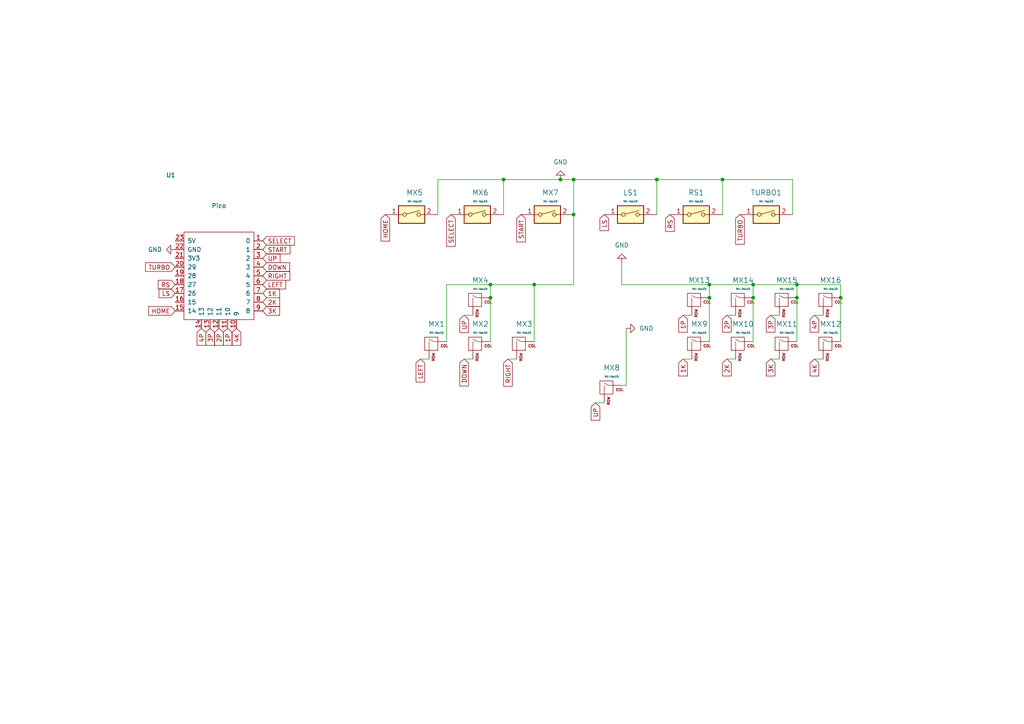
<source format=kicad_sch>
(kicad_sch (version 20230121) (generator eeschema)
  (paper "A4")
  (lib_symbols
    (symbol "MX_Alps_Hybrid:MX-NoLED" (pin_names (offset 1.016))
      (property "Reference" "MX" (at -0.635 3.81 0))
      (property "Value" "MX-NoLED" (at -0.635 1.27 0))
      (symbol "MX-NoLED_0_0"
        (rectangle (start -2.54 2.54) (end 1.27 -1.27))
        (polyline (pts (xy -1.27 -1.27) (xy -1.27 1.27)) (stroke (width 0.127)))
        (polyline (pts (xy 1.27 1.27) (xy 0 1.27) (xy -1.27 1.905)) (stroke (width 0.127)))
        (text "COL" (at 3.175 0 0) (effects (font (size 0.762 0.762))))
        (text "ROW" (at 0 -1.905 900) (effects (font (size 0.762 0.762)) (justify right)))
      )
      (symbol "MX-NoLED_1_1"
        (pin passive line (at 3.81 1.27 180) (length 2.54) (name "COL") (number "1"))
        (pin passive line (at -1.27 -3.81 90) (length 2.54) (name "ROW") (number "2"))
      )
    )
    (symbol "Switch:SW_DIP_x01" (pin_names (offset 0) hide)
      (property "Reference" "SW" (at 0 3.81 0))
      (property "Value" "SW_DIP_x01" (at 0 -3.81 0))
      (symbol "SW_DIP_x01_0_0"
        (circle (center -2.032 0) (radius 0.508))
        (polyline (pts (xy -1.524 0.127) (xy 2.3622 1.1684)))
        (circle (center 2.032 0) (radius 0.508))
      )
      (symbol "SW_DIP_x01_0_1"
        (rectangle (start -3.81 2.54) (end 3.81 -2.54) (stroke (width 0.254)) (fill (type background)))
      )
      (symbol "SW_DIP_x01_1_1"
        (pin passive line (at -7.62 0 0) (length 5.08) (name "~") (number "1"))
        (pin passive line (at 7.62 0 180) (length 5.08) (name "~") (number "2"))
      )
    )
    (symbol "mcu:rp2040-zero" (pin_names (offset 1.016))
      (property "Reference" "U" (at 0 15.24 0))
      (property "Value" "rp2040-zero" (at 0 12.7 0))
      (symbol "rp2040-zero_0_1"
        (rectangle (start -10.16 11.43) (end 10.16 -13.97))
      )
      (symbol "rp2040-zero_1_1"
        (pin bidirectional line (at 12.7 8.89 180) (length 2.54) (name "0") (number "1"))
        (pin bidirectional line (at 5.08 -16.51 90) (length 2.54) (name "9") (number "10"))
        (pin bidirectional line (at 2.54 -16.51 90) (length 2.54) (name "10") (number "11"))
        (pin bidirectional line (at 0 -16.51 90) (length 2.54) (name "11") (number "12"))
        (pin bidirectional line (at -2.54 -16.51 90) (length 2.54) (name "12") (number "13"))
        (pin bidirectional line (at -5.08 -16.51 90) (length 2.54) (name "13") (number "14"))
        (pin bidirectional line (at -12.7 -11.43 0) (length 2.54) (name "14") (number "15"))
        (pin bidirectional line (at -12.7 -8.89 0) (length 2.54) (name "15") (number "16"))
        (pin bidirectional line (at -12.7 -6.35 0) (length 2.54) (name "26") (number "17"))
        (pin bidirectional line (at -12.7 -3.81 0) (length 2.54) (name "27") (number "18"))
        (pin bidirectional line (at -12.7 -1.27 0) (length 2.54) (name "28") (number "19"))
        (pin bidirectional line (at 12.7 6.35 180) (length 2.54) (name "1") (number "2"))
        (pin bidirectional line (at -12.7 1.27 0) (length 2.54) (name "29") (number "20"))
        (pin power_out line (at -12.7 3.81 0) (length 2.54) (name "3V3") (number "21"))
        (pin power_out line (at -12.7 6.35 0) (length 2.54) (name "GND") (number "22"))
        (pin power_out line (at -12.7 8.89 0) (length 2.54) (name "5V") (number "23"))
        (pin bidirectional line (at 12.7 3.81 180) (length 2.54) (name "2") (number "3"))
        (pin bidirectional line (at 12.7 1.27 180) (length 2.54) (name "3") (number "4"))
        (pin bidirectional line (at 12.7 -1.27 180) (length 2.54) (name "4") (number "5"))
        (pin bidirectional line (at 12.7 -3.81 180) (length 2.54) (name "5") (number "6"))
        (pin bidirectional line (at 12.7 -6.35 180) (length 2.54) (name "6") (number "7"))
        (pin bidirectional line (at 12.7 -8.89 180) (length 2.54) (name "7") (number "8"))
        (pin bidirectional line (at 12.7 -11.43 180) (length 2.54) (name "8") (number "9"))
      )
    )
    (symbol "power:GND" (power) (pin_names (offset 0))
      (property "Value" "GND" (at 0 -3.81 0))
      (symbol "GND_0_1"
        (polyline (pts (xy 0 0) (xy 0 -1.27) (xy 1.27 -1.27) (xy 0 -2.54) (xy -1.27 -1.27) (xy 0 -1.27)))
      )
      (symbol "GND_1_1"
        (pin power_in line (at 0 0 270) (length 0) hide (name "GND") (number "1"))
      )
    )
  )
  (junction (at 190.5 52.07))
  (junction (at 162.56 52.07))
  (junction (at 231.14 82.55))
  (junction (at 205.74 86.36))
  (junction (at 205.74 82.55))
  (junction (at 154.94 82.55))
  (junction (at 166.37 52.07))
  (junction (at 231.14 86.36))
  (junction (at 218.44 82.55))
  (junction (at 218.44 86.36))
  (junction (at 166.37 62.23))
  (junction (at 209.55 52.07))
  (junction (at 142.24 82.55))
  (junction (at 146.05 52.07))
  (junction (at 243.84 86.36))
  (junction (at 142.24 86.36))
  (wire (pts (xy 142.24 82.55) (xy 154.94 82.55)))
  (wire (pts (xy 166.37 62.23) (xy 166.37 82.55)))
  (wire (pts (xy 231.14 82.55) (xy 231.14 86.36)))
  (wire (pts (xy 210.82 91.44) (xy 213.36 91.44)))
  (wire (pts (xy 210.82 104.14) (xy 213.36 104.14)))
  (wire (pts (xy 190.5 52.07) (xy 209.55 52.07)))
  (wire (pts (xy 180.34 76.2) (xy 180.34 82.55)))
  (wire (pts (xy 166.37 52.07) (xy 162.56 52.07)))
  (wire (pts (xy 205.74 82.55) (xy 218.44 82.55)))
  (wire (pts (xy 218.44 86.36) (xy 218.44 99.06)))
  (wire (pts (xy 129.54 82.55) (xy 142.24 82.55)))
  (wire (pts (xy 209.55 52.07) (xy 209.55 62.23)))
  (wire (pts (xy 218.44 82.55) (xy 218.44 86.36)))
  (wire (pts (xy 236.22 104.14) (xy 238.76 104.14)))
  (wire (pts (xy 142.24 82.55) (xy 142.24 86.36)))
  (wire (pts (xy 223.52 104.14) (xy 226.06 104.14)))
  (wire (pts (xy 229.87 52.07) (xy 209.55 52.07)))
  (wire (pts (xy 223.52 91.44) (xy 226.06 91.44)))
  (wire (pts (xy 180.34 111.76) (xy 181.61 111.76)))
  (wire (pts (xy 129.54 82.55) (xy 129.54 99.06)))
  (wire (pts (xy 180.34 82.55) (xy 205.74 82.55)))
  (wire (pts (xy 146.05 52.07) (xy 146.05 62.23)))
  (wire (pts (xy 166.37 52.07) (xy 166.37 62.23)))
  (wire (pts (xy 205.74 86.36) (xy 205.74 99.06)))
  (wire (pts (xy 134.62 104.14) (xy 137.16 104.14)))
  (wire (pts (xy 134.62 91.44) (xy 137.16 91.44)))
  (wire (pts (xy 231.14 86.36) (xy 231.14 99.06)))
  (wire (pts (xy 146.05 52.07) (xy 162.56 52.07)))
  (wire (pts (xy 236.22 91.44) (xy 238.76 91.44)))
  (wire (pts (xy 121.92 104.14) (xy 124.46 104.14)))
  (wire (pts (xy 231.14 82.55) (xy 243.84 82.55)))
  (wire (pts (xy 154.94 82.55) (xy 154.94 99.06)))
  (wire (pts (xy 127 62.23) (xy 127 52.07)))
  (wire (pts (xy 198.12 104.14) (xy 200.66 104.14)))
  (wire (pts (xy 198.12 91.44) (xy 200.66 91.44)))
  (wire (pts (xy 172.72 116.84) (xy 175.26 116.84)))
  (wire (pts (xy 127 52.07) (xy 146.05 52.07)))
  (wire (pts (xy 218.44 82.55) (xy 231.14 82.55)))
  (wire (pts (xy 181.61 95.25) (xy 181.61 111.76)))
  (wire (pts (xy 142.24 86.36) (xy 142.24 99.06)))
  (wire (pts (xy 190.5 62.23) (xy 190.5 52.07)))
  (wire (pts (xy 229.87 62.23) (xy 229.87 52.07)))
  (wire (pts (xy 147.32 104.14) (xy 149.86 104.14)))
  (wire (pts (xy 243.84 86.36) (xy 243.84 99.06)))
  (wire (pts (xy 205.74 82.55) (xy 205.74 86.36)))
  (wire (pts (xy 243.84 82.55) (xy 243.84 86.36)))
  (wire (pts (xy 166.37 52.07) (xy 190.5 52.07)))
  (wire (pts (xy 166.37 82.55) (xy 154.94 82.55)))
  (global_label "DOWN" (shape input) (at 134.62 104.14 270) (property "Intersheetrefs" "${INTERSHEET_REFS}" (effects hide)))
  (global_label "RIGHT" (shape input) (at 147.32 104.14 270) (property "Intersheetrefs" "${INTERSHEET_REFS}" (effects hide)))
  (global_label "3P" (shape input) (at 60.96 95.25 270) (property "Intersheetrefs" "${INTERSHEET_REFS}" (effects hide)))
  (global_label "START" (shape input) (at 76.2 72.39 0) (property "Intersheetrefs" "${INTERSHEET_REFS}" (effects hide)))
  (global_label "DOWN" (shape input) (at 76.2 77.47 0) (property "Intersheetrefs" "${INTERSHEET_REFS}" (effects hide)))
  (global_label "LS" (shape input) (at 175.26 62.23 270) (property "Intersheetrefs" "${INTERSHEET_REFS}" (effects hide)))
  (global_label "2K" (shape input) (at 76.2 87.63 0) (property "Intersheetrefs" "${INTERSHEET_REFS}" (effects hide)))
  (global_label "2P" (shape input) (at 210.82 91.44 270) (property "Intersheetrefs" "${INTERSHEET_REFS}" (effects hide)))
  (global_label "TURBO" (shape input) (at 214.63 62.23 270) (property "Intersheetrefs" "${INTERSHEET_REFS}" (effects hide)))
  (global_label "LEFT" (shape input) (at 76.2 82.55 0) (property "Intersheetrefs" "${INTERSHEET_REFS}" (effects hide)))
  (global_label "START" (shape input) (at 151.13 62.23 270) (property "Intersheetrefs" "${INTERSHEET_REFS}" (effects hide)))
  (global_label "HOME" (shape input) (at 50.8 90.17 180) (property "Intersheetrefs" "${INTERSHEET_REFS}" (effects hide)))
  (global_label "3K" (shape input) (at 76.2 90.17 0) (property "Intersheetrefs" "${INTERSHEET_REFS}" (effects hide)))
  (global_label "1K" (shape input) (at 76.2 85.09 0) (property "Intersheetrefs" "${INTERSHEET_REFS}" (effects hide)))
  (global_label "RS" (shape input) (at 50.8 82.55 180) (property "Intersheetrefs" "${INTERSHEET_REFS}" (effects hide)))
  (global_label "SELECT" (shape input) (at 130.81 62.23 270) (property "Intersheetrefs" "${INTERSHEET_REFS}" (effects hide)))
  (global_label "1K" (shape input) (at 198.12 104.14 270) (property "Intersheetrefs" "${INTERSHEET_REFS}" (effects hide)))
  (global_label "1P" (shape input) (at 66.04 95.25 270) (property "Intersheetrefs" "${INTERSHEET_REFS}" (effects hide)))
  (global_label "3P" (shape input) (at 223.52 91.44 270) (property "Intersheetrefs" "${INTERSHEET_REFS}" (effects hide)))
  (global_label "RS" (shape input) (at 194.31 62.23 270) (property "Intersheetrefs" "${INTERSHEET_REFS}" (effects hide)))
  (global_label "4K" (shape input) (at 236.22 104.14 270) (property "Intersheetrefs" "${INTERSHEET_REFS}" (effects hide)))
  (global_label "4P" (shape input) (at 58.42 95.25 270) (property "Intersheetrefs" "${INTERSHEET_REFS}" (effects hide)))
  (global_label "4P" (shape input) (at 236.22 91.44 270) (property "Intersheetrefs" "${INTERSHEET_REFS}" (effects hide)))
  (global_label "UP" (shape input) (at 172.72 116.84 270) (property "Intersheetrefs" "${INTERSHEET_REFS}" (effects hide)))
  (global_label "TURBO" (shape input) (at 50.8 77.47 180) (property "Intersheetrefs" "${INTERSHEET_REFS}" (effects hide)))
  (global_label "HOME" (shape input) (at 111.76 62.23 270) (property "Intersheetrefs" "${INTERSHEET_REFS}" (effects hide)))
  (global_label "RIGHT" (shape input) (at 76.2 80.01 0) (property "Intersheetrefs" "${INTERSHEET_REFS}" (effects hide)))
  (global_label "2K" (shape input) (at 210.82 104.14 270) (property "Intersheetrefs" "${INTERSHEET_REFS}" (effects hide)))
  (global_label "LEFT" (shape input) (at 121.92 104.14 270) (property "Intersheetrefs" "${INTERSHEET_REFS}" (effects hide)))
  (global_label "3K" (shape input) (at 223.52 104.14 270) (property "Intersheetrefs" "${INTERSHEET_REFS}" (effects hide)))
  (global_label "4K" (shape input) (at 68.58 95.25 270) (property "Intersheetrefs" "${INTERSHEET_REFS}" (effects hide)))
  (global_label "UP" (shape input) (at 134.62 91.44 270) (property "Intersheetrefs" "${INTERSHEET_REFS}" (effects hide)))
  (global_label "UP" (shape input) (at 76.2 74.93 0) (property "Intersheetrefs" "${INTERSHEET_REFS}" (effects hide)))
  (global_label "2P" (shape input) (at 63.5 95.25 270) (property "Intersheetrefs" "${INTERSHEET_REFS}" (effects hide)))
  (global_label "1P" (shape input) (at 198.12 91.44 270) (property "Intersheetrefs" "${INTERSHEET_REFS}" (effects hide)))
  (global_label "SELECT" (shape input) (at 76.2 69.85 0) (property "Intersheetrefs" "${INTERSHEET_REFS}" (effects hide)))
  (global_label "LS" (shape input) (at 50.8 85.09 180) (property "Intersheetrefs" "${INTERSHEET_REFS}" (effects hide)))
  (symbol (lib_id "Switch:SW_DIP_x01") (at 119.38 62.23 0) (unit 1)
    (property "Reference" "MX5" (at 120.2632 55.88 0) (effects (font (size 1.524 1.524))))
    (property "Value" "MX-NoLED" (at 120.2632 58.42 0) (effects (font (size 0.508 0.508))))
    (property "Footprint" "Button_Switch_THT:SW_PUSH_6mm_H5mm" (effects hide))
  )
  (symbol (lib_id "MX_Alps_Hybrid:MX-NoLED") (at 214.63 100.33 0) (unit 1)
    (property "Reference" "MX10" (at 215.5132 93.98 0) (effects (font (size 1.524 1.524))))
    (property "Value" "MX-NoLED" (at 215.5132 96.52 0) (effects (font (size 0.508 0.508))))
    (property "Footprint" "keyswitches:Kailh_socket_MX_optional" (effects hide))
  )
  (symbol (lib_id "MX_Alps_Hybrid:MX-NoLED") (at 240.03 87.63 0) (unit 1)
    (property "Reference" "MX16" (at 240.9132 81.28 0) (effects (font (size 1.524 1.524))))
    (property "Value" "MX-NoLED" (at 240.9132 83.82 0) (effects (font (size 0.508 0.508))))
    (property "Footprint" "keyswitches:Kailh_socket_MX_optional" (effects hide))
  )
  (symbol (lib_id "Switch:SW_DIP_x01") (at 182.88 62.23 0) (unit 1)
    (property "Reference" "LS1" (at 182.88 55.88 0) (effects (font (size 1.524 1.524))))
    (property "Value" "MX-NoLED" (at 182.88 58.42 0) (effects (font (size 0.508 0.508))))
    (property "Footprint" "Button_Switch_THT:SW_PUSH_6mm_H5mm" (effects hide))
  )
  (symbol (lib_id "MX_Alps_Hybrid:MX-NoLED") (at 240.03 100.33 0) (unit 1)
    (property "Reference" "MX12" (at 240.9132 93.98 0) (effects (font (size 1.524 1.524))))
    (property "Value" "MX-NoLED" (at 240.9132 96.52 0) (effects (font (size 0.508 0.508))))
    (property "Footprint" "keyswitches:Kailh_socket_MX_optional" (effects hide))
  )
  (symbol (lib_id "Switch:SW_DIP_x01") (at 222.25 62.23 0) (unit 1)
    (property "Reference" "TURBO1" (at 222.25 55.88 0) (effects (font (size 1.524 1.524))))
    (property "Value" "MX-NoLED" (at 222.25 58.42 0) (effects (font (size 0.508 0.508))))
    (property "Footprint" "Button_Switch_THT:SW_PUSH_6mm_H5mm" (effects hide))
  )
  (symbol (lib_id "mcu:rp2040-zero") (at 63.5 78.74 0) (unit 1)
    (property "Reference" "U1" (at 49.53 50.8 0))
    (property "Value" "Pico" (at 63.5 59.69 0))
    (property "Footprint" "mcu:rp2040-zero-tht" (effects hide))
  )
  (symbol (lib_id "power:GND") (at 181.61 95.25 90) (unit 1)
    (property "Reference" "#PWR03" (effects hide))
    (property "Value" "GND" (at 185.42 95.25 90) (effects (justify right)))
  )
  (symbol (lib_id "Switch:SW_DIP_x01") (at 158.75 62.23 0) (unit 1)
    (property "Reference" "MX7" (at 159.6332 55.88 0) (effects (font (size 1.524 1.524))))
    (property "Value" "MX-NoLED" (at 159.6332 58.42 0) (effects (font (size 0.508 0.508))))
    (property "Footprint" "Button_Switch_THT:SW_PUSH_6mm_H5mm" (effects hide))
  )
  (symbol (lib_id "Switch:SW_DIP_x01") (at 201.93 62.23 0) (unit 1)
    (property "Reference" "RS1" (at 201.93 55.88 0) (effects (font (size 1.524 1.524))))
    (property "Value" "MX-NoLED" (at 201.93 58.42 0) (effects (font (size 0.508 0.508))))
    (property "Footprint" "Button_Switch_THT:SW_PUSH_6mm_H5mm" (effects hide))
  )
  (symbol (lib_id "power:GND") (at 180.34 76.2 180) (unit 1)
    (property "Reference" "#PWR01" (effects hide))
    (property "Value" "GND" (at 180.34 71.12 0))
  )
  (symbol (lib_id "MX_Alps_Hybrid:MX-NoLED") (at 201.93 100.33 0) (unit 1)
    (property "Reference" "MX9" (at 202.8132 93.98 0) (effects (font (size 1.524 1.524))))
    (property "Value" "MX-NoLED" (at 202.8132 96.52 0) (effects (font (size 0.508 0.508))))
    (property "Footprint" "keyswitches:Kailh_socket_MX_optional" (effects hide))
  )
  (symbol (lib_id "MX_Alps_Hybrid:MX-NoLED") (at 125.73 100.33 0) (unit 1)
    (property "Reference" "MX1" (at 126.6132 93.98 0) (effects (font (size 1.524 1.524))))
    (property "Value" "MX-NoLED" (at 126.6132 96.52 0) (effects (font (size 0.508 0.508))))
    (property "Footprint" "keyswitches:Kailh_socket_MX_optional" (effects hide))
  )
  (symbol (lib_id "MX_Alps_Hybrid:MX-NoLED") (at 138.43 100.33 0) (unit 1)
    (property "Reference" "MX2" (at 139.3132 93.98 0) (effects (font (size 1.524 1.524))))
    (property "Value" "MX-NoLED" (at 139.3132 96.52 0) (effects (font (size 0.508 0.508))))
    (property "Footprint" "keyswitches:Kailh_socket_MX_optional" (effects hide))
  )
  (symbol (lib_id "MX_Alps_Hybrid:MX-NoLED") (at 138.43 87.63 0) (unit 1)
    (property "Reference" "MX4" (at 139.3132 81.28 0) (effects (font (size 1.524 1.524))))
    (property "Value" "MX-NoLED" (at 139.3132 83.82 0) (effects (font (size 0.508 0.508))))
    (property "Footprint" "keyswitches:Kailh_socket_MX_optional" (effects hide))
  )
  (symbol (lib_id "MX_Alps_Hybrid:MX-NoLED") (at 201.93 87.63 0) (unit 1)
    (property "Reference" "MX13" (at 202.8132 81.28 0) (effects (font (size 1.524 1.524))))
    (property "Value" "MX-NoLED" (at 202.8132 83.82 0) (effects (font (size 0.508 0.508))))
    (property "Footprint" "keyswitches:Kailh_socket_MX_optional" (effects hide))
  )
  (symbol (lib_id "MX_Alps_Hybrid:MX-NoLED") (at 227.33 87.63 0) (unit 1)
    (property "Reference" "MX15" (at 228.2132 81.28 0) (effects (font (size 1.524 1.524))))
    (property "Value" "MX-NoLED" (at 228.2132 83.82 0) (effects (font (size 0.508 0.508))))
    (property "Footprint" "keyswitches:Kailh_socket_MX_optional" (effects hide))
  )
  (symbol (lib_id "MX_Alps_Hybrid:MX-NoLED") (at 214.63 87.63 0) (unit 1)
    (property "Reference" "MX14" (at 215.5132 81.28 0) (effects (font (size 1.524 1.524))))
    (property "Value" "MX-NoLED" (at 215.5132 83.82 0) (effects (font (size 0.508 0.508))))
    (property "Footprint" "keyswitches:Kailh_socket_MX_optional" (effects hide))
  )
  (symbol (lib_id "MX_Alps_Hybrid:MX-NoLED") (at 227.33 100.33 0) (unit 1)
    (property "Reference" "MX11" (at 228.2132 93.98 0) (effects (font (size 1.524 1.524))))
    (property "Value" "MX-NoLED" (at 228.2132 96.52 0) (effects (font (size 0.508 0.508))))
    (property "Footprint" "keyswitches:Kailh_socket_MX_optional" (effects hide))
  )
  (symbol (lib_id "power:GND") (at 162.56 52.07 180) (unit 1)
    (property "Reference" "#PWR04" (effects hide))
    (property "Value" "GND" (at 162.56 46.99 0))
  )
  (symbol (lib_id "Switch:SW_DIP_x01") (at 138.43 62.23 0) (unit 1)
    (property "Reference" "MX6" (at 139.3132 55.88 0) (effects (font (size 1.524 1.524))))
    (property "Value" "MX-NoLED" (at 139.3132 58.42 0) (effects (font (size 0.508 0.508))))
    (property "Footprint" "Button_Switch_THT:SW_PUSH_6mm_H5mm" (effects hide))
  )
  (symbol (lib_id "power:GND") (at 50.8 72.39 270) (unit 1)
    (property "Reference" "#PWR02" (effects hide))
    (property "Value" "GND" (at 46.99 72.39 90) (effects (justify right)))
  )
  (symbol (lib_id "MX_Alps_Hybrid:MX-NoLED") (at 151.13 100.33 0) (unit 1)
    (property "Reference" "MX3" (at 152.0132 93.98 0) (effects (font (size 1.524 1.524))))
    (property "Value" "MX-NoLED" (at 152.0132 96.52 0) (effects (font (size 0.508 0.508))))
    (property "Footprint" "keyswitches:Kailh_socket_MX_optional" (effects hide))
  )
  (symbol (lib_id "MX_Alps_Hybrid:MX-NoLED") (at 176.53 113.03 0) (unit 1)
    (property "Reference" "MX8" (at 177.4132 106.68 0) (effects (font (size 1.524 1.524))))
    (property "Value" "MX-NoLED" (at 177.4132 109.22 0) (effects (font (size 0.508 0.508))))
    (property "Footprint" "keyswitches:Kailh_socket_MX_optional" (effects hide))
  )
)
</source>
